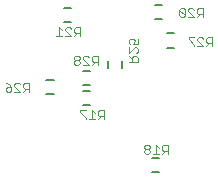
<source format=gbo>
G75*
%MOIN*%
%OFA0B0*%
%FSLAX25Y25*%
%IPPOS*%
%LPD*%
%AMOC8*
5,1,8,0,0,1.08239X$1,22.5*
%
%ADD10C,0.00600*%
%ADD11C,0.00300*%
D10*
X0019419Y0046651D02*
X0021781Y0046651D01*
X0021781Y0051376D02*
X0019419Y0051376D01*
X0025119Y0070651D02*
X0027481Y0070651D01*
X0027481Y0075376D02*
X0025119Y0075376D01*
X0031619Y0054376D02*
X0033981Y0054376D01*
X0033981Y0049651D02*
X0031619Y0049651D01*
X0031619Y0047576D02*
X0033981Y0047576D01*
X0033981Y0042851D02*
X0031619Y0042851D01*
X0039938Y0055332D02*
X0039938Y0057694D01*
X0044662Y0057694D02*
X0044662Y0055332D01*
X0055619Y0071651D02*
X0057981Y0071651D01*
X0057981Y0076376D02*
X0055619Y0076376D01*
X0059619Y0066776D02*
X0061981Y0066776D01*
X0061981Y0062051D02*
X0059619Y0062051D01*
X0056981Y0025376D02*
X0054619Y0025376D01*
X0054619Y0020651D02*
X0056981Y0020651D01*
D11*
X0056843Y0026713D02*
X0054908Y0026713D01*
X0055876Y0026713D02*
X0055876Y0029616D01*
X0056843Y0028648D01*
X0057855Y0029132D02*
X0057855Y0028165D01*
X0058338Y0027681D01*
X0059790Y0027681D01*
X0059790Y0026713D02*
X0059790Y0029616D01*
X0058338Y0029616D01*
X0057855Y0029132D01*
X0058822Y0027681D02*
X0057855Y0026713D01*
X0053897Y0027197D02*
X0053897Y0027681D01*
X0053413Y0028165D01*
X0052445Y0028165D01*
X0051962Y0027681D01*
X0051962Y0027197D01*
X0052445Y0026713D01*
X0053413Y0026713D01*
X0053897Y0027197D01*
X0053413Y0028165D02*
X0053897Y0028648D01*
X0053897Y0029132D01*
X0053413Y0029616D01*
X0052445Y0029616D01*
X0051962Y0029132D01*
X0051962Y0028648D01*
X0052445Y0028165D01*
X0038450Y0038213D02*
X0038450Y0041116D01*
X0036999Y0041116D01*
X0036515Y0040632D01*
X0036515Y0039665D01*
X0036999Y0039181D01*
X0038450Y0039181D01*
X0037483Y0039181D02*
X0036515Y0038213D01*
X0035503Y0038213D02*
X0033569Y0038213D01*
X0034536Y0038213D02*
X0034536Y0041116D01*
X0035503Y0040148D01*
X0032557Y0041116D02*
X0030622Y0041116D01*
X0030622Y0040632D01*
X0032557Y0038697D01*
X0032557Y0038213D01*
X0033503Y0056413D02*
X0031569Y0056413D01*
X0030557Y0056897D02*
X0030073Y0056413D01*
X0029106Y0056413D01*
X0028622Y0056897D01*
X0028622Y0057381D01*
X0029106Y0057865D01*
X0030073Y0057865D01*
X0030557Y0058348D01*
X0030557Y0058832D01*
X0030073Y0059316D01*
X0029106Y0059316D01*
X0028622Y0058832D01*
X0028622Y0058348D01*
X0029106Y0057865D01*
X0030073Y0057865D02*
X0030557Y0057381D01*
X0030557Y0056897D01*
X0031569Y0058348D02*
X0031569Y0058832D01*
X0032052Y0059316D01*
X0033020Y0059316D01*
X0033503Y0058832D01*
X0034515Y0058832D02*
X0034515Y0057865D01*
X0034999Y0057381D01*
X0036450Y0057381D01*
X0035483Y0057381D02*
X0034515Y0056413D01*
X0033503Y0056413D02*
X0031569Y0058348D01*
X0034515Y0058832D02*
X0034999Y0059316D01*
X0036450Y0059316D01*
X0036450Y0056413D01*
X0030590Y0065913D02*
X0030590Y0068816D01*
X0029138Y0068816D01*
X0028655Y0068332D01*
X0028655Y0067365D01*
X0029138Y0066881D01*
X0030590Y0066881D01*
X0029622Y0066881D02*
X0028655Y0065913D01*
X0027643Y0065913D02*
X0025708Y0067848D01*
X0025708Y0068332D01*
X0026192Y0068816D01*
X0027159Y0068816D01*
X0027643Y0068332D01*
X0027643Y0065913D02*
X0025708Y0065913D01*
X0024697Y0065913D02*
X0022762Y0065913D01*
X0023729Y0065913D02*
X0023729Y0068816D01*
X0024697Y0067848D01*
X0013650Y0050316D02*
X0013650Y0047413D01*
X0013650Y0048381D02*
X0012199Y0048381D01*
X0011715Y0048865D01*
X0011715Y0049832D01*
X0012199Y0050316D01*
X0013650Y0050316D01*
X0012683Y0048381D02*
X0011715Y0047413D01*
X0010703Y0047413D02*
X0008769Y0049348D01*
X0008769Y0049832D01*
X0009252Y0050316D01*
X0010220Y0050316D01*
X0010703Y0049832D01*
X0010703Y0047413D02*
X0008769Y0047413D01*
X0007757Y0047897D02*
X0007757Y0048865D01*
X0006306Y0048865D01*
X0005822Y0048381D01*
X0005822Y0047897D01*
X0006306Y0047413D01*
X0007273Y0047413D01*
X0007757Y0047897D01*
X0007757Y0048865D02*
X0006789Y0049832D01*
X0005822Y0050316D01*
X0046900Y0057263D02*
X0049802Y0057263D01*
X0049802Y0058715D01*
X0049319Y0059198D01*
X0048351Y0059198D01*
X0047867Y0058715D01*
X0047867Y0057263D01*
X0047867Y0058231D02*
X0046900Y0059198D01*
X0046900Y0060210D02*
X0048835Y0062145D01*
X0049319Y0062145D01*
X0049802Y0061661D01*
X0049802Y0060694D01*
X0049319Y0060210D01*
X0049802Y0063156D02*
X0048351Y0063156D01*
X0048835Y0064124D01*
X0048835Y0064608D01*
X0048351Y0065091D01*
X0047384Y0065091D01*
X0046900Y0064608D01*
X0046900Y0063640D01*
X0047384Y0063156D01*
X0046900Y0062145D02*
X0046900Y0060210D01*
X0049802Y0063156D02*
X0049802Y0065091D01*
X0063662Y0072797D02*
X0064145Y0072313D01*
X0065113Y0072313D01*
X0065597Y0072797D01*
X0063662Y0074732D01*
X0063662Y0072797D01*
X0063662Y0074732D02*
X0064145Y0075216D01*
X0065113Y0075216D01*
X0065597Y0074732D01*
X0065597Y0072797D01*
X0066608Y0072313D02*
X0068543Y0072313D01*
X0066608Y0074248D01*
X0066608Y0074732D01*
X0067092Y0075216D01*
X0068059Y0075216D01*
X0068543Y0074732D01*
X0069555Y0074732D02*
X0069555Y0073765D01*
X0070038Y0073281D01*
X0071490Y0073281D01*
X0071490Y0072313D02*
X0071490Y0075216D01*
X0070038Y0075216D01*
X0069555Y0074732D01*
X0070522Y0073281D02*
X0069555Y0072313D01*
X0070252Y0065516D02*
X0071220Y0065516D01*
X0071703Y0065032D01*
X0072715Y0065032D02*
X0072715Y0064065D01*
X0073199Y0063581D01*
X0074650Y0063581D01*
X0074650Y0062613D02*
X0074650Y0065516D01*
X0073199Y0065516D01*
X0072715Y0065032D01*
X0073683Y0063581D02*
X0072715Y0062613D01*
X0071703Y0062613D02*
X0069769Y0064548D01*
X0069769Y0065032D01*
X0070252Y0065516D01*
X0068757Y0065516D02*
X0066822Y0065516D01*
X0066822Y0065032D01*
X0068757Y0063097D01*
X0068757Y0062613D01*
X0069769Y0062613D02*
X0071703Y0062613D01*
M02*

</source>
